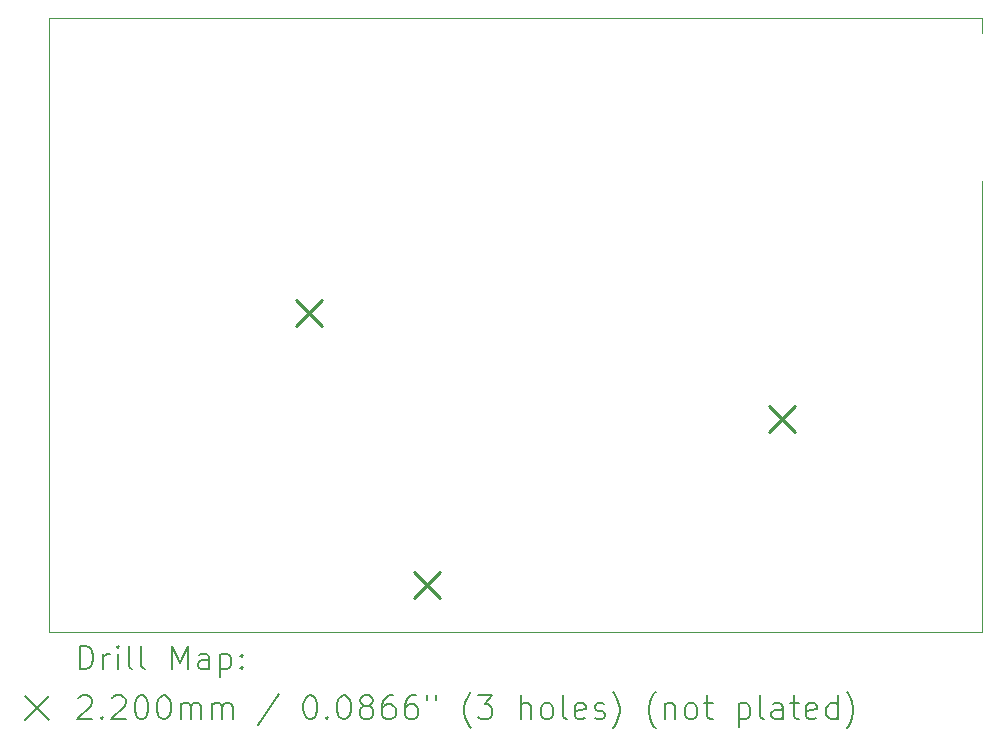
<source format=gbr>
%TF.GenerationSoftware,KiCad,Pcbnew,7.0.8-7.0.8~ubuntu22.04.1*%
%TF.CreationDate,2023-11-01T15:39:26+03:00*%
%TF.ProjectId,main-module,6d61696e-2d6d-46f6-9475-6c652e6b6963,rev?*%
%TF.SameCoordinates,Original*%
%TF.FileFunction,Drillmap*%
%TF.FilePolarity,Positive*%
%FSLAX45Y45*%
G04 Gerber Fmt 4.5, Leading zero omitted, Abs format (unit mm)*
G04 Created by KiCad (PCBNEW 7.0.8-7.0.8~ubuntu22.04.1) date 2023-11-01 15:39:26*
%MOMM*%
%LPD*%
G01*
G04 APERTURE LIST*
%ADD10C,0.100000*%
%ADD11C,0.200000*%
%ADD12C,0.220000*%
G04 APERTURE END LIST*
D10*
X4200000Y-9400000D02*
X12100000Y-9400000D01*
X4200000Y-4200000D02*
X4200000Y-9400000D01*
X12100000Y-4200000D02*
X4200000Y-4200000D01*
X12100000Y-5585000D02*
X12100000Y-9400000D01*
X12100000Y-4200000D02*
X12100000Y-4325000D01*
D11*
D12*
X6290000Y-6590000D02*
X6510000Y-6810000D01*
X6510000Y-6590000D02*
X6290000Y-6810000D01*
X7290000Y-8890000D02*
X7510000Y-9110000D01*
X7510000Y-8890000D02*
X7290000Y-9110000D01*
X10290000Y-7490000D02*
X10510000Y-7710000D01*
X10510000Y-7490000D02*
X10290000Y-7710000D01*
D11*
X4455777Y-9716484D02*
X4455777Y-9516484D01*
X4455777Y-9516484D02*
X4503396Y-9516484D01*
X4503396Y-9516484D02*
X4531967Y-9526008D01*
X4531967Y-9526008D02*
X4551015Y-9545055D01*
X4551015Y-9545055D02*
X4560539Y-9564103D01*
X4560539Y-9564103D02*
X4570063Y-9602198D01*
X4570063Y-9602198D02*
X4570063Y-9630770D01*
X4570063Y-9630770D02*
X4560539Y-9668865D01*
X4560539Y-9668865D02*
X4551015Y-9687912D01*
X4551015Y-9687912D02*
X4531967Y-9706960D01*
X4531967Y-9706960D02*
X4503396Y-9716484D01*
X4503396Y-9716484D02*
X4455777Y-9716484D01*
X4655777Y-9716484D02*
X4655777Y-9583150D01*
X4655777Y-9621246D02*
X4665301Y-9602198D01*
X4665301Y-9602198D02*
X4674824Y-9592674D01*
X4674824Y-9592674D02*
X4693872Y-9583150D01*
X4693872Y-9583150D02*
X4712920Y-9583150D01*
X4779586Y-9716484D02*
X4779586Y-9583150D01*
X4779586Y-9516484D02*
X4770063Y-9526008D01*
X4770063Y-9526008D02*
X4779586Y-9535531D01*
X4779586Y-9535531D02*
X4789110Y-9526008D01*
X4789110Y-9526008D02*
X4779586Y-9516484D01*
X4779586Y-9516484D02*
X4779586Y-9535531D01*
X4903396Y-9716484D02*
X4884348Y-9706960D01*
X4884348Y-9706960D02*
X4874824Y-9687912D01*
X4874824Y-9687912D02*
X4874824Y-9516484D01*
X5008158Y-9716484D02*
X4989110Y-9706960D01*
X4989110Y-9706960D02*
X4979586Y-9687912D01*
X4979586Y-9687912D02*
X4979586Y-9516484D01*
X5236729Y-9716484D02*
X5236729Y-9516484D01*
X5236729Y-9516484D02*
X5303396Y-9659341D01*
X5303396Y-9659341D02*
X5370063Y-9516484D01*
X5370063Y-9516484D02*
X5370063Y-9716484D01*
X5551015Y-9716484D02*
X5551015Y-9611722D01*
X5551015Y-9611722D02*
X5541491Y-9592674D01*
X5541491Y-9592674D02*
X5522444Y-9583150D01*
X5522444Y-9583150D02*
X5484348Y-9583150D01*
X5484348Y-9583150D02*
X5465301Y-9592674D01*
X5551015Y-9706960D02*
X5531967Y-9716484D01*
X5531967Y-9716484D02*
X5484348Y-9716484D01*
X5484348Y-9716484D02*
X5465301Y-9706960D01*
X5465301Y-9706960D02*
X5455777Y-9687912D01*
X5455777Y-9687912D02*
X5455777Y-9668865D01*
X5455777Y-9668865D02*
X5465301Y-9649817D01*
X5465301Y-9649817D02*
X5484348Y-9640293D01*
X5484348Y-9640293D02*
X5531967Y-9640293D01*
X5531967Y-9640293D02*
X5551015Y-9630770D01*
X5646253Y-9583150D02*
X5646253Y-9783150D01*
X5646253Y-9592674D02*
X5665301Y-9583150D01*
X5665301Y-9583150D02*
X5703396Y-9583150D01*
X5703396Y-9583150D02*
X5722443Y-9592674D01*
X5722443Y-9592674D02*
X5731967Y-9602198D01*
X5731967Y-9602198D02*
X5741491Y-9621246D01*
X5741491Y-9621246D02*
X5741491Y-9678389D01*
X5741491Y-9678389D02*
X5731967Y-9697436D01*
X5731967Y-9697436D02*
X5722443Y-9706960D01*
X5722443Y-9706960D02*
X5703396Y-9716484D01*
X5703396Y-9716484D02*
X5665301Y-9716484D01*
X5665301Y-9716484D02*
X5646253Y-9706960D01*
X5827205Y-9697436D02*
X5836729Y-9706960D01*
X5836729Y-9706960D02*
X5827205Y-9716484D01*
X5827205Y-9716484D02*
X5817682Y-9706960D01*
X5817682Y-9706960D02*
X5827205Y-9697436D01*
X5827205Y-9697436D02*
X5827205Y-9716484D01*
X5827205Y-9592674D02*
X5836729Y-9602198D01*
X5836729Y-9602198D02*
X5827205Y-9611722D01*
X5827205Y-9611722D02*
X5817682Y-9602198D01*
X5817682Y-9602198D02*
X5827205Y-9592674D01*
X5827205Y-9592674D02*
X5827205Y-9611722D01*
X3995000Y-9945000D02*
X4195000Y-10145000D01*
X4195000Y-9945000D02*
X3995000Y-10145000D01*
X4446253Y-9955531D02*
X4455777Y-9946008D01*
X4455777Y-9946008D02*
X4474824Y-9936484D01*
X4474824Y-9936484D02*
X4522444Y-9936484D01*
X4522444Y-9936484D02*
X4541491Y-9946008D01*
X4541491Y-9946008D02*
X4551015Y-9955531D01*
X4551015Y-9955531D02*
X4560539Y-9974579D01*
X4560539Y-9974579D02*
X4560539Y-9993627D01*
X4560539Y-9993627D02*
X4551015Y-10022198D01*
X4551015Y-10022198D02*
X4436729Y-10136484D01*
X4436729Y-10136484D02*
X4560539Y-10136484D01*
X4646253Y-10117436D02*
X4655777Y-10126960D01*
X4655777Y-10126960D02*
X4646253Y-10136484D01*
X4646253Y-10136484D02*
X4636729Y-10126960D01*
X4636729Y-10126960D02*
X4646253Y-10117436D01*
X4646253Y-10117436D02*
X4646253Y-10136484D01*
X4731967Y-9955531D02*
X4741491Y-9946008D01*
X4741491Y-9946008D02*
X4760539Y-9936484D01*
X4760539Y-9936484D02*
X4808158Y-9936484D01*
X4808158Y-9936484D02*
X4827205Y-9946008D01*
X4827205Y-9946008D02*
X4836729Y-9955531D01*
X4836729Y-9955531D02*
X4846253Y-9974579D01*
X4846253Y-9974579D02*
X4846253Y-9993627D01*
X4846253Y-9993627D02*
X4836729Y-10022198D01*
X4836729Y-10022198D02*
X4722444Y-10136484D01*
X4722444Y-10136484D02*
X4846253Y-10136484D01*
X4970063Y-9936484D02*
X4989110Y-9936484D01*
X4989110Y-9936484D02*
X5008158Y-9946008D01*
X5008158Y-9946008D02*
X5017682Y-9955531D01*
X5017682Y-9955531D02*
X5027205Y-9974579D01*
X5027205Y-9974579D02*
X5036729Y-10012674D01*
X5036729Y-10012674D02*
X5036729Y-10060293D01*
X5036729Y-10060293D02*
X5027205Y-10098389D01*
X5027205Y-10098389D02*
X5017682Y-10117436D01*
X5017682Y-10117436D02*
X5008158Y-10126960D01*
X5008158Y-10126960D02*
X4989110Y-10136484D01*
X4989110Y-10136484D02*
X4970063Y-10136484D01*
X4970063Y-10136484D02*
X4951015Y-10126960D01*
X4951015Y-10126960D02*
X4941491Y-10117436D01*
X4941491Y-10117436D02*
X4931967Y-10098389D01*
X4931967Y-10098389D02*
X4922444Y-10060293D01*
X4922444Y-10060293D02*
X4922444Y-10012674D01*
X4922444Y-10012674D02*
X4931967Y-9974579D01*
X4931967Y-9974579D02*
X4941491Y-9955531D01*
X4941491Y-9955531D02*
X4951015Y-9946008D01*
X4951015Y-9946008D02*
X4970063Y-9936484D01*
X5160539Y-9936484D02*
X5179586Y-9936484D01*
X5179586Y-9936484D02*
X5198634Y-9946008D01*
X5198634Y-9946008D02*
X5208158Y-9955531D01*
X5208158Y-9955531D02*
X5217682Y-9974579D01*
X5217682Y-9974579D02*
X5227205Y-10012674D01*
X5227205Y-10012674D02*
X5227205Y-10060293D01*
X5227205Y-10060293D02*
X5217682Y-10098389D01*
X5217682Y-10098389D02*
X5208158Y-10117436D01*
X5208158Y-10117436D02*
X5198634Y-10126960D01*
X5198634Y-10126960D02*
X5179586Y-10136484D01*
X5179586Y-10136484D02*
X5160539Y-10136484D01*
X5160539Y-10136484D02*
X5141491Y-10126960D01*
X5141491Y-10126960D02*
X5131967Y-10117436D01*
X5131967Y-10117436D02*
X5122444Y-10098389D01*
X5122444Y-10098389D02*
X5112920Y-10060293D01*
X5112920Y-10060293D02*
X5112920Y-10012674D01*
X5112920Y-10012674D02*
X5122444Y-9974579D01*
X5122444Y-9974579D02*
X5131967Y-9955531D01*
X5131967Y-9955531D02*
X5141491Y-9946008D01*
X5141491Y-9946008D02*
X5160539Y-9936484D01*
X5312920Y-10136484D02*
X5312920Y-10003150D01*
X5312920Y-10022198D02*
X5322444Y-10012674D01*
X5322444Y-10012674D02*
X5341491Y-10003150D01*
X5341491Y-10003150D02*
X5370063Y-10003150D01*
X5370063Y-10003150D02*
X5389110Y-10012674D01*
X5389110Y-10012674D02*
X5398634Y-10031722D01*
X5398634Y-10031722D02*
X5398634Y-10136484D01*
X5398634Y-10031722D02*
X5408158Y-10012674D01*
X5408158Y-10012674D02*
X5427205Y-10003150D01*
X5427205Y-10003150D02*
X5455777Y-10003150D01*
X5455777Y-10003150D02*
X5474825Y-10012674D01*
X5474825Y-10012674D02*
X5484348Y-10031722D01*
X5484348Y-10031722D02*
X5484348Y-10136484D01*
X5579586Y-10136484D02*
X5579586Y-10003150D01*
X5579586Y-10022198D02*
X5589110Y-10012674D01*
X5589110Y-10012674D02*
X5608158Y-10003150D01*
X5608158Y-10003150D02*
X5636729Y-10003150D01*
X5636729Y-10003150D02*
X5655777Y-10012674D01*
X5655777Y-10012674D02*
X5665301Y-10031722D01*
X5665301Y-10031722D02*
X5665301Y-10136484D01*
X5665301Y-10031722D02*
X5674824Y-10012674D01*
X5674824Y-10012674D02*
X5693872Y-10003150D01*
X5693872Y-10003150D02*
X5722443Y-10003150D01*
X5722443Y-10003150D02*
X5741491Y-10012674D01*
X5741491Y-10012674D02*
X5751015Y-10031722D01*
X5751015Y-10031722D02*
X5751015Y-10136484D01*
X6141491Y-9926960D02*
X5970063Y-10184103D01*
X6398634Y-9936484D02*
X6417682Y-9936484D01*
X6417682Y-9936484D02*
X6436729Y-9946008D01*
X6436729Y-9946008D02*
X6446253Y-9955531D01*
X6446253Y-9955531D02*
X6455777Y-9974579D01*
X6455777Y-9974579D02*
X6465301Y-10012674D01*
X6465301Y-10012674D02*
X6465301Y-10060293D01*
X6465301Y-10060293D02*
X6455777Y-10098389D01*
X6455777Y-10098389D02*
X6446253Y-10117436D01*
X6446253Y-10117436D02*
X6436729Y-10126960D01*
X6436729Y-10126960D02*
X6417682Y-10136484D01*
X6417682Y-10136484D02*
X6398634Y-10136484D01*
X6398634Y-10136484D02*
X6379586Y-10126960D01*
X6379586Y-10126960D02*
X6370063Y-10117436D01*
X6370063Y-10117436D02*
X6360539Y-10098389D01*
X6360539Y-10098389D02*
X6351015Y-10060293D01*
X6351015Y-10060293D02*
X6351015Y-10012674D01*
X6351015Y-10012674D02*
X6360539Y-9974579D01*
X6360539Y-9974579D02*
X6370063Y-9955531D01*
X6370063Y-9955531D02*
X6379586Y-9946008D01*
X6379586Y-9946008D02*
X6398634Y-9936484D01*
X6551015Y-10117436D02*
X6560539Y-10126960D01*
X6560539Y-10126960D02*
X6551015Y-10136484D01*
X6551015Y-10136484D02*
X6541491Y-10126960D01*
X6541491Y-10126960D02*
X6551015Y-10117436D01*
X6551015Y-10117436D02*
X6551015Y-10136484D01*
X6684348Y-9936484D02*
X6703396Y-9936484D01*
X6703396Y-9936484D02*
X6722444Y-9946008D01*
X6722444Y-9946008D02*
X6731967Y-9955531D01*
X6731967Y-9955531D02*
X6741491Y-9974579D01*
X6741491Y-9974579D02*
X6751015Y-10012674D01*
X6751015Y-10012674D02*
X6751015Y-10060293D01*
X6751015Y-10060293D02*
X6741491Y-10098389D01*
X6741491Y-10098389D02*
X6731967Y-10117436D01*
X6731967Y-10117436D02*
X6722444Y-10126960D01*
X6722444Y-10126960D02*
X6703396Y-10136484D01*
X6703396Y-10136484D02*
X6684348Y-10136484D01*
X6684348Y-10136484D02*
X6665301Y-10126960D01*
X6665301Y-10126960D02*
X6655777Y-10117436D01*
X6655777Y-10117436D02*
X6646253Y-10098389D01*
X6646253Y-10098389D02*
X6636729Y-10060293D01*
X6636729Y-10060293D02*
X6636729Y-10012674D01*
X6636729Y-10012674D02*
X6646253Y-9974579D01*
X6646253Y-9974579D02*
X6655777Y-9955531D01*
X6655777Y-9955531D02*
X6665301Y-9946008D01*
X6665301Y-9946008D02*
X6684348Y-9936484D01*
X6865301Y-10022198D02*
X6846253Y-10012674D01*
X6846253Y-10012674D02*
X6836729Y-10003150D01*
X6836729Y-10003150D02*
X6827206Y-9984103D01*
X6827206Y-9984103D02*
X6827206Y-9974579D01*
X6827206Y-9974579D02*
X6836729Y-9955531D01*
X6836729Y-9955531D02*
X6846253Y-9946008D01*
X6846253Y-9946008D02*
X6865301Y-9936484D01*
X6865301Y-9936484D02*
X6903396Y-9936484D01*
X6903396Y-9936484D02*
X6922444Y-9946008D01*
X6922444Y-9946008D02*
X6931967Y-9955531D01*
X6931967Y-9955531D02*
X6941491Y-9974579D01*
X6941491Y-9974579D02*
X6941491Y-9984103D01*
X6941491Y-9984103D02*
X6931967Y-10003150D01*
X6931967Y-10003150D02*
X6922444Y-10012674D01*
X6922444Y-10012674D02*
X6903396Y-10022198D01*
X6903396Y-10022198D02*
X6865301Y-10022198D01*
X6865301Y-10022198D02*
X6846253Y-10031722D01*
X6846253Y-10031722D02*
X6836729Y-10041246D01*
X6836729Y-10041246D02*
X6827206Y-10060293D01*
X6827206Y-10060293D02*
X6827206Y-10098389D01*
X6827206Y-10098389D02*
X6836729Y-10117436D01*
X6836729Y-10117436D02*
X6846253Y-10126960D01*
X6846253Y-10126960D02*
X6865301Y-10136484D01*
X6865301Y-10136484D02*
X6903396Y-10136484D01*
X6903396Y-10136484D02*
X6922444Y-10126960D01*
X6922444Y-10126960D02*
X6931967Y-10117436D01*
X6931967Y-10117436D02*
X6941491Y-10098389D01*
X6941491Y-10098389D02*
X6941491Y-10060293D01*
X6941491Y-10060293D02*
X6931967Y-10041246D01*
X6931967Y-10041246D02*
X6922444Y-10031722D01*
X6922444Y-10031722D02*
X6903396Y-10022198D01*
X7112920Y-9936484D02*
X7074825Y-9936484D01*
X7074825Y-9936484D02*
X7055777Y-9946008D01*
X7055777Y-9946008D02*
X7046253Y-9955531D01*
X7046253Y-9955531D02*
X7027206Y-9984103D01*
X7027206Y-9984103D02*
X7017682Y-10022198D01*
X7017682Y-10022198D02*
X7017682Y-10098389D01*
X7017682Y-10098389D02*
X7027206Y-10117436D01*
X7027206Y-10117436D02*
X7036729Y-10126960D01*
X7036729Y-10126960D02*
X7055777Y-10136484D01*
X7055777Y-10136484D02*
X7093872Y-10136484D01*
X7093872Y-10136484D02*
X7112920Y-10126960D01*
X7112920Y-10126960D02*
X7122444Y-10117436D01*
X7122444Y-10117436D02*
X7131967Y-10098389D01*
X7131967Y-10098389D02*
X7131967Y-10050770D01*
X7131967Y-10050770D02*
X7122444Y-10031722D01*
X7122444Y-10031722D02*
X7112920Y-10022198D01*
X7112920Y-10022198D02*
X7093872Y-10012674D01*
X7093872Y-10012674D02*
X7055777Y-10012674D01*
X7055777Y-10012674D02*
X7036729Y-10022198D01*
X7036729Y-10022198D02*
X7027206Y-10031722D01*
X7027206Y-10031722D02*
X7017682Y-10050770D01*
X7303396Y-9936484D02*
X7265301Y-9936484D01*
X7265301Y-9936484D02*
X7246253Y-9946008D01*
X7246253Y-9946008D02*
X7236729Y-9955531D01*
X7236729Y-9955531D02*
X7217682Y-9984103D01*
X7217682Y-9984103D02*
X7208158Y-10022198D01*
X7208158Y-10022198D02*
X7208158Y-10098389D01*
X7208158Y-10098389D02*
X7217682Y-10117436D01*
X7217682Y-10117436D02*
X7227206Y-10126960D01*
X7227206Y-10126960D02*
X7246253Y-10136484D01*
X7246253Y-10136484D02*
X7284348Y-10136484D01*
X7284348Y-10136484D02*
X7303396Y-10126960D01*
X7303396Y-10126960D02*
X7312920Y-10117436D01*
X7312920Y-10117436D02*
X7322444Y-10098389D01*
X7322444Y-10098389D02*
X7322444Y-10050770D01*
X7322444Y-10050770D02*
X7312920Y-10031722D01*
X7312920Y-10031722D02*
X7303396Y-10022198D01*
X7303396Y-10022198D02*
X7284348Y-10012674D01*
X7284348Y-10012674D02*
X7246253Y-10012674D01*
X7246253Y-10012674D02*
X7227206Y-10022198D01*
X7227206Y-10022198D02*
X7217682Y-10031722D01*
X7217682Y-10031722D02*
X7208158Y-10050770D01*
X7398634Y-9936484D02*
X7398634Y-9974579D01*
X7474825Y-9936484D02*
X7474825Y-9974579D01*
X7770063Y-10212674D02*
X7760539Y-10203150D01*
X7760539Y-10203150D02*
X7741491Y-10174579D01*
X7741491Y-10174579D02*
X7731968Y-10155531D01*
X7731968Y-10155531D02*
X7722444Y-10126960D01*
X7722444Y-10126960D02*
X7712920Y-10079341D01*
X7712920Y-10079341D02*
X7712920Y-10041246D01*
X7712920Y-10041246D02*
X7722444Y-9993627D01*
X7722444Y-9993627D02*
X7731968Y-9965055D01*
X7731968Y-9965055D02*
X7741491Y-9946008D01*
X7741491Y-9946008D02*
X7760539Y-9917436D01*
X7760539Y-9917436D02*
X7770063Y-9907912D01*
X7827206Y-9936484D02*
X7951015Y-9936484D01*
X7951015Y-9936484D02*
X7884348Y-10012674D01*
X7884348Y-10012674D02*
X7912920Y-10012674D01*
X7912920Y-10012674D02*
X7931968Y-10022198D01*
X7931968Y-10022198D02*
X7941491Y-10031722D01*
X7941491Y-10031722D02*
X7951015Y-10050770D01*
X7951015Y-10050770D02*
X7951015Y-10098389D01*
X7951015Y-10098389D02*
X7941491Y-10117436D01*
X7941491Y-10117436D02*
X7931968Y-10126960D01*
X7931968Y-10126960D02*
X7912920Y-10136484D01*
X7912920Y-10136484D02*
X7855777Y-10136484D01*
X7855777Y-10136484D02*
X7836729Y-10126960D01*
X7836729Y-10126960D02*
X7827206Y-10117436D01*
X8189110Y-10136484D02*
X8189110Y-9936484D01*
X8274825Y-10136484D02*
X8274825Y-10031722D01*
X8274825Y-10031722D02*
X8265301Y-10012674D01*
X8265301Y-10012674D02*
X8246253Y-10003150D01*
X8246253Y-10003150D02*
X8217682Y-10003150D01*
X8217682Y-10003150D02*
X8198634Y-10012674D01*
X8198634Y-10012674D02*
X8189110Y-10022198D01*
X8398634Y-10136484D02*
X8379587Y-10126960D01*
X8379587Y-10126960D02*
X8370063Y-10117436D01*
X8370063Y-10117436D02*
X8360539Y-10098389D01*
X8360539Y-10098389D02*
X8360539Y-10041246D01*
X8360539Y-10041246D02*
X8370063Y-10022198D01*
X8370063Y-10022198D02*
X8379587Y-10012674D01*
X8379587Y-10012674D02*
X8398634Y-10003150D01*
X8398634Y-10003150D02*
X8427206Y-10003150D01*
X8427206Y-10003150D02*
X8446253Y-10012674D01*
X8446253Y-10012674D02*
X8455777Y-10022198D01*
X8455777Y-10022198D02*
X8465301Y-10041246D01*
X8465301Y-10041246D02*
X8465301Y-10098389D01*
X8465301Y-10098389D02*
X8455777Y-10117436D01*
X8455777Y-10117436D02*
X8446253Y-10126960D01*
X8446253Y-10126960D02*
X8427206Y-10136484D01*
X8427206Y-10136484D02*
X8398634Y-10136484D01*
X8579587Y-10136484D02*
X8560539Y-10126960D01*
X8560539Y-10126960D02*
X8551015Y-10107912D01*
X8551015Y-10107912D02*
X8551015Y-9936484D01*
X8731968Y-10126960D02*
X8712920Y-10136484D01*
X8712920Y-10136484D02*
X8674825Y-10136484D01*
X8674825Y-10136484D02*
X8655777Y-10126960D01*
X8655777Y-10126960D02*
X8646253Y-10107912D01*
X8646253Y-10107912D02*
X8646253Y-10031722D01*
X8646253Y-10031722D02*
X8655777Y-10012674D01*
X8655777Y-10012674D02*
X8674825Y-10003150D01*
X8674825Y-10003150D02*
X8712920Y-10003150D01*
X8712920Y-10003150D02*
X8731968Y-10012674D01*
X8731968Y-10012674D02*
X8741492Y-10031722D01*
X8741492Y-10031722D02*
X8741492Y-10050770D01*
X8741492Y-10050770D02*
X8646253Y-10069817D01*
X8817682Y-10126960D02*
X8836730Y-10136484D01*
X8836730Y-10136484D02*
X8874825Y-10136484D01*
X8874825Y-10136484D02*
X8893873Y-10126960D01*
X8893873Y-10126960D02*
X8903396Y-10107912D01*
X8903396Y-10107912D02*
X8903396Y-10098389D01*
X8903396Y-10098389D02*
X8893873Y-10079341D01*
X8893873Y-10079341D02*
X8874825Y-10069817D01*
X8874825Y-10069817D02*
X8846253Y-10069817D01*
X8846253Y-10069817D02*
X8827206Y-10060293D01*
X8827206Y-10060293D02*
X8817682Y-10041246D01*
X8817682Y-10041246D02*
X8817682Y-10031722D01*
X8817682Y-10031722D02*
X8827206Y-10012674D01*
X8827206Y-10012674D02*
X8846253Y-10003150D01*
X8846253Y-10003150D02*
X8874825Y-10003150D01*
X8874825Y-10003150D02*
X8893873Y-10012674D01*
X8970063Y-10212674D02*
X8979587Y-10203150D01*
X8979587Y-10203150D02*
X8998634Y-10174579D01*
X8998634Y-10174579D02*
X9008158Y-10155531D01*
X9008158Y-10155531D02*
X9017682Y-10126960D01*
X9017682Y-10126960D02*
X9027206Y-10079341D01*
X9027206Y-10079341D02*
X9027206Y-10041246D01*
X9027206Y-10041246D02*
X9017682Y-9993627D01*
X9017682Y-9993627D02*
X9008158Y-9965055D01*
X9008158Y-9965055D02*
X8998634Y-9946008D01*
X8998634Y-9946008D02*
X8979587Y-9917436D01*
X8979587Y-9917436D02*
X8970063Y-9907912D01*
X9331968Y-10212674D02*
X9322444Y-10203150D01*
X9322444Y-10203150D02*
X9303396Y-10174579D01*
X9303396Y-10174579D02*
X9293873Y-10155531D01*
X9293873Y-10155531D02*
X9284349Y-10126960D01*
X9284349Y-10126960D02*
X9274825Y-10079341D01*
X9274825Y-10079341D02*
X9274825Y-10041246D01*
X9274825Y-10041246D02*
X9284349Y-9993627D01*
X9284349Y-9993627D02*
X9293873Y-9965055D01*
X9293873Y-9965055D02*
X9303396Y-9946008D01*
X9303396Y-9946008D02*
X9322444Y-9917436D01*
X9322444Y-9917436D02*
X9331968Y-9907912D01*
X9408158Y-10003150D02*
X9408158Y-10136484D01*
X9408158Y-10022198D02*
X9417682Y-10012674D01*
X9417682Y-10012674D02*
X9436730Y-10003150D01*
X9436730Y-10003150D02*
X9465301Y-10003150D01*
X9465301Y-10003150D02*
X9484349Y-10012674D01*
X9484349Y-10012674D02*
X9493873Y-10031722D01*
X9493873Y-10031722D02*
X9493873Y-10136484D01*
X9617682Y-10136484D02*
X9598634Y-10126960D01*
X9598634Y-10126960D02*
X9589111Y-10117436D01*
X9589111Y-10117436D02*
X9579587Y-10098389D01*
X9579587Y-10098389D02*
X9579587Y-10041246D01*
X9579587Y-10041246D02*
X9589111Y-10022198D01*
X9589111Y-10022198D02*
X9598634Y-10012674D01*
X9598634Y-10012674D02*
X9617682Y-10003150D01*
X9617682Y-10003150D02*
X9646254Y-10003150D01*
X9646254Y-10003150D02*
X9665301Y-10012674D01*
X9665301Y-10012674D02*
X9674825Y-10022198D01*
X9674825Y-10022198D02*
X9684349Y-10041246D01*
X9684349Y-10041246D02*
X9684349Y-10098389D01*
X9684349Y-10098389D02*
X9674825Y-10117436D01*
X9674825Y-10117436D02*
X9665301Y-10126960D01*
X9665301Y-10126960D02*
X9646254Y-10136484D01*
X9646254Y-10136484D02*
X9617682Y-10136484D01*
X9741492Y-10003150D02*
X9817682Y-10003150D01*
X9770063Y-9936484D02*
X9770063Y-10107912D01*
X9770063Y-10107912D02*
X9779587Y-10126960D01*
X9779587Y-10126960D02*
X9798634Y-10136484D01*
X9798634Y-10136484D02*
X9817682Y-10136484D01*
X10036730Y-10003150D02*
X10036730Y-10203150D01*
X10036730Y-10012674D02*
X10055777Y-10003150D01*
X10055777Y-10003150D02*
X10093873Y-10003150D01*
X10093873Y-10003150D02*
X10112920Y-10012674D01*
X10112920Y-10012674D02*
X10122444Y-10022198D01*
X10122444Y-10022198D02*
X10131968Y-10041246D01*
X10131968Y-10041246D02*
X10131968Y-10098389D01*
X10131968Y-10098389D02*
X10122444Y-10117436D01*
X10122444Y-10117436D02*
X10112920Y-10126960D01*
X10112920Y-10126960D02*
X10093873Y-10136484D01*
X10093873Y-10136484D02*
X10055777Y-10136484D01*
X10055777Y-10136484D02*
X10036730Y-10126960D01*
X10246254Y-10136484D02*
X10227206Y-10126960D01*
X10227206Y-10126960D02*
X10217682Y-10107912D01*
X10217682Y-10107912D02*
X10217682Y-9936484D01*
X10408158Y-10136484D02*
X10408158Y-10031722D01*
X10408158Y-10031722D02*
X10398635Y-10012674D01*
X10398635Y-10012674D02*
X10379587Y-10003150D01*
X10379587Y-10003150D02*
X10341492Y-10003150D01*
X10341492Y-10003150D02*
X10322444Y-10012674D01*
X10408158Y-10126960D02*
X10389111Y-10136484D01*
X10389111Y-10136484D02*
X10341492Y-10136484D01*
X10341492Y-10136484D02*
X10322444Y-10126960D01*
X10322444Y-10126960D02*
X10312920Y-10107912D01*
X10312920Y-10107912D02*
X10312920Y-10088865D01*
X10312920Y-10088865D02*
X10322444Y-10069817D01*
X10322444Y-10069817D02*
X10341492Y-10060293D01*
X10341492Y-10060293D02*
X10389111Y-10060293D01*
X10389111Y-10060293D02*
X10408158Y-10050770D01*
X10474825Y-10003150D02*
X10551015Y-10003150D01*
X10503396Y-9936484D02*
X10503396Y-10107912D01*
X10503396Y-10107912D02*
X10512920Y-10126960D01*
X10512920Y-10126960D02*
X10531968Y-10136484D01*
X10531968Y-10136484D02*
X10551015Y-10136484D01*
X10693873Y-10126960D02*
X10674825Y-10136484D01*
X10674825Y-10136484D02*
X10636730Y-10136484D01*
X10636730Y-10136484D02*
X10617682Y-10126960D01*
X10617682Y-10126960D02*
X10608158Y-10107912D01*
X10608158Y-10107912D02*
X10608158Y-10031722D01*
X10608158Y-10031722D02*
X10617682Y-10012674D01*
X10617682Y-10012674D02*
X10636730Y-10003150D01*
X10636730Y-10003150D02*
X10674825Y-10003150D01*
X10674825Y-10003150D02*
X10693873Y-10012674D01*
X10693873Y-10012674D02*
X10703396Y-10031722D01*
X10703396Y-10031722D02*
X10703396Y-10050770D01*
X10703396Y-10050770D02*
X10608158Y-10069817D01*
X10874825Y-10136484D02*
X10874825Y-9936484D01*
X10874825Y-10126960D02*
X10855777Y-10136484D01*
X10855777Y-10136484D02*
X10817682Y-10136484D01*
X10817682Y-10136484D02*
X10798635Y-10126960D01*
X10798635Y-10126960D02*
X10789111Y-10117436D01*
X10789111Y-10117436D02*
X10779587Y-10098389D01*
X10779587Y-10098389D02*
X10779587Y-10041246D01*
X10779587Y-10041246D02*
X10789111Y-10022198D01*
X10789111Y-10022198D02*
X10798635Y-10012674D01*
X10798635Y-10012674D02*
X10817682Y-10003150D01*
X10817682Y-10003150D02*
X10855777Y-10003150D01*
X10855777Y-10003150D02*
X10874825Y-10012674D01*
X10951016Y-10212674D02*
X10960539Y-10203150D01*
X10960539Y-10203150D02*
X10979587Y-10174579D01*
X10979587Y-10174579D02*
X10989111Y-10155531D01*
X10989111Y-10155531D02*
X10998635Y-10126960D01*
X10998635Y-10126960D02*
X11008158Y-10079341D01*
X11008158Y-10079341D02*
X11008158Y-10041246D01*
X11008158Y-10041246D02*
X10998635Y-9993627D01*
X10998635Y-9993627D02*
X10989111Y-9965055D01*
X10989111Y-9965055D02*
X10979587Y-9946008D01*
X10979587Y-9946008D02*
X10960539Y-9917436D01*
X10960539Y-9917436D02*
X10951016Y-9907912D01*
M02*

</source>
